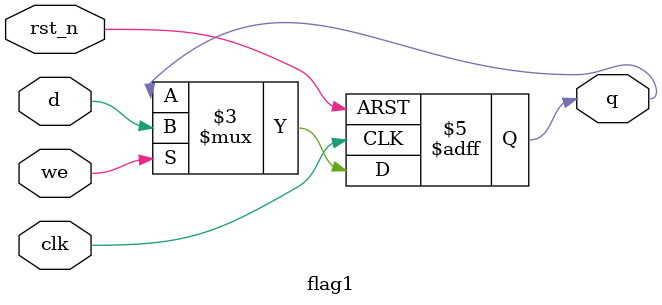
<source format=v>
module flag1(
    input  wire clk,
    input  wire rst_n,
    input  wire we,
    input  wire d,
    output reg  q
);
    always @(posedge clk or negedge rst_n) begin
        if(!rst_n) begin
            q <= 1'b0;
        end else if(we) begin
            q <= d;
        end
    end
endmodule


</source>
